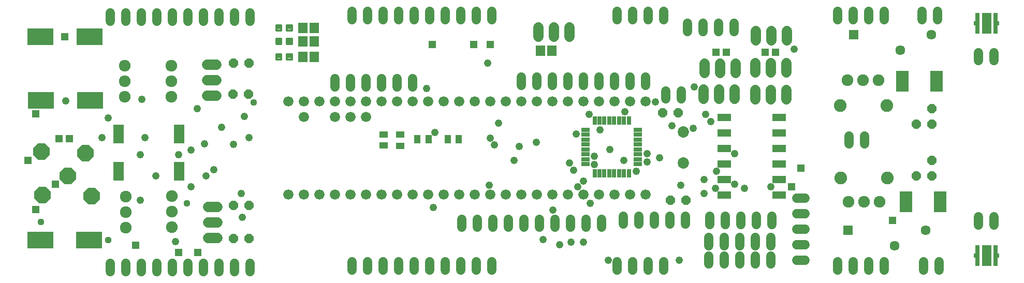
<source format=gts>
G75*
%MOIN*%
%OFA0B0*%
%FSLAX25Y25*%
%IPPOS*%
%LPD*%
%AMOC8*
5,1,8,0,0,1.08239X$1,22.5*
%
%ADD10OC8,0.06000*%
%ADD11C,0.06800*%
%ADD12OC8,0.10800*%
%ADD13R,0.08700X0.05100*%
%ADD14C,0.06600*%
%ADD15C,0.07550*%
%ADD16R,0.05800X0.03000*%
%ADD17R,0.03000X0.05800*%
%ADD18C,0.07300*%
%ADD19C,0.06000*%
%ADD20R,0.16548X0.10643*%
%ADD21R,0.06981X0.11902*%
%ADD22R,0.03950X0.05524*%
%ADD23R,0.05524X0.03950*%
%ADD24R,0.06343X0.06343*%
%ADD25C,0.06343*%
%ADD26R,0.07887X0.13398*%
%ADD27C,0.08200*%
%ADD28R,0.05918X0.06706*%
%ADD29C,0.01421*%
%ADD30R,0.02769X0.13792*%
%ADD31R,0.02375X0.02769*%
%ADD32R,0.05918X0.13792*%
%ADD33R,0.04737X0.05131*%
%ADD34R,0.05131X0.04737*%
%ADD35C,0.04762*%
%ADD36R,0.04762X0.04762*%
%ADD37C,0.04369*%
D10*
X0251967Y0149681D03*
X0261967Y0149681D03*
X0261967Y0171020D03*
X0251967Y0171020D03*
X0251573Y0242634D03*
X0261573Y0242634D03*
X0261967Y0262594D03*
X0251967Y0262594D03*
X0528089Y0230665D03*
X0538089Y0230665D03*
X0533148Y0174209D03*
X0543148Y0174209D03*
X0691396Y0189799D03*
X0701396Y0189799D03*
X0701396Y0199799D03*
X0701396Y0223264D03*
X0691396Y0223264D03*
X0701396Y0233264D03*
D11*
X0607974Y0239366D02*
X0607974Y0245366D01*
X0597974Y0245366D02*
X0597974Y0239366D01*
X0587974Y0239366D02*
X0587974Y0245366D01*
X0574510Y0245681D02*
X0574510Y0239681D01*
X0564510Y0239681D02*
X0564510Y0245681D01*
X0554510Y0245681D02*
X0554510Y0239681D01*
X0555297Y0256374D02*
X0555297Y0262374D01*
X0565297Y0262374D02*
X0565297Y0256374D01*
X0575297Y0256374D02*
X0575297Y0262374D01*
X0587974Y0262453D02*
X0587974Y0256453D01*
X0597974Y0256453D02*
X0597974Y0262453D01*
X0607974Y0262453D02*
X0607974Y0256453D01*
X0608100Y0277335D02*
X0608100Y0283335D01*
X0598100Y0283335D02*
X0598100Y0277335D01*
X0588100Y0277335D02*
X0588100Y0283335D01*
X0468112Y0285382D02*
X0468112Y0279382D01*
X0458112Y0279382D02*
X0458112Y0285382D01*
X0448112Y0285382D02*
X0448112Y0279382D01*
X0240793Y0261650D02*
X0234793Y0261650D01*
X0234793Y0251650D02*
X0240793Y0251650D01*
X0240793Y0241650D02*
X0234793Y0241650D01*
X0235581Y0169988D02*
X0241581Y0169988D01*
X0241581Y0159988D02*
X0235581Y0159988D01*
X0235581Y0149988D02*
X0241581Y0149988D01*
D12*
X0160510Y0176807D03*
X0145116Y0189878D03*
X0129014Y0177516D03*
X0128069Y0205665D03*
X0156415Y0204484D03*
D13*
X0567889Y0207634D03*
X0567889Y0217634D03*
X0567889Y0227634D03*
X0603289Y0227634D03*
X0603289Y0217634D03*
X0603289Y0207634D03*
X0603289Y0197634D03*
X0603289Y0187634D03*
X0603289Y0177634D03*
X0567889Y0177634D03*
X0567889Y0187634D03*
X0567889Y0197634D03*
D14*
X0517100Y0177862D03*
X0507100Y0177862D03*
X0497100Y0177862D03*
X0487100Y0177862D03*
X0477100Y0177862D03*
X0467100Y0177862D03*
X0457100Y0177862D03*
X0447100Y0177862D03*
X0437100Y0177862D03*
X0427100Y0177862D03*
X0417100Y0177862D03*
X0407100Y0177862D03*
X0397100Y0177862D03*
X0387100Y0177862D03*
X0377100Y0177862D03*
X0367100Y0177862D03*
X0357100Y0177862D03*
X0347100Y0177862D03*
X0337100Y0177862D03*
X0327100Y0177862D03*
X0317100Y0177862D03*
X0307100Y0177862D03*
X0297100Y0177862D03*
X0287100Y0177862D03*
X0297100Y0227862D03*
X0297100Y0237862D03*
X0287100Y0237862D03*
X0307100Y0237862D03*
X0317100Y0237862D03*
X0327100Y0237862D03*
X0337100Y0237862D03*
X0347100Y0237862D03*
X0357100Y0237862D03*
X0367100Y0237862D03*
X0377100Y0237862D03*
X0387100Y0237862D03*
X0397100Y0237862D03*
X0407100Y0237862D03*
X0417100Y0237862D03*
X0427100Y0237862D03*
X0437100Y0237862D03*
X0447100Y0237862D03*
X0457100Y0237862D03*
X0467100Y0237862D03*
X0477100Y0237862D03*
X0487100Y0237862D03*
X0497100Y0237862D03*
X0507100Y0237862D03*
X0517100Y0237862D03*
X0337100Y0227862D03*
X0327100Y0227862D03*
X0317100Y0227862D03*
D15*
X0211793Y0240941D03*
X0211793Y0250941D03*
X0211793Y0260941D03*
X0181998Y0260862D03*
X0181998Y0250862D03*
X0181998Y0240862D03*
X0182675Y0176650D03*
X0182675Y0166650D03*
X0182675Y0156650D03*
X0212085Y0157043D03*
X0212085Y0167043D03*
X0212085Y0177043D03*
X0647852Y0173146D03*
X0657852Y0173146D03*
X0667852Y0173146D03*
X0667360Y0251394D03*
X0657360Y0251394D03*
X0647360Y0251394D03*
D16*
X0512323Y0219531D03*
X0512323Y0216382D03*
X0512323Y0213232D03*
X0512323Y0210083D03*
X0512323Y0206933D03*
X0512323Y0203783D03*
X0512323Y0200634D03*
X0512323Y0197484D03*
X0478523Y0197484D03*
X0478523Y0200634D03*
X0478523Y0203783D03*
X0478523Y0206933D03*
X0478523Y0210083D03*
X0478523Y0213232D03*
X0478523Y0216382D03*
X0478523Y0219531D03*
D17*
X0484400Y0225408D03*
X0487549Y0225408D03*
X0490699Y0225408D03*
X0493848Y0225408D03*
X0496998Y0225408D03*
X0500148Y0225408D03*
X0503297Y0225408D03*
X0506447Y0225408D03*
X0506447Y0191608D03*
X0503297Y0191608D03*
X0500148Y0191608D03*
X0496998Y0191608D03*
X0493848Y0191608D03*
X0490699Y0191608D03*
X0487549Y0191608D03*
X0484400Y0191608D03*
D18*
X0541435Y0198185D03*
X0541435Y0218185D03*
D19*
X0172557Y0133423D02*
X0172557Y0128223D01*
X0182557Y0128223D02*
X0182557Y0133423D01*
X0192557Y0133423D02*
X0192557Y0128223D01*
X0202557Y0128223D02*
X0202557Y0133423D01*
X0212557Y0133423D02*
X0212557Y0128223D01*
X0222557Y0128223D02*
X0222557Y0133423D01*
X0232557Y0133423D02*
X0232557Y0128223D01*
X0242557Y0128223D02*
X0242557Y0133423D01*
X0252557Y0133423D02*
X0252557Y0128223D01*
X0262557Y0128223D02*
X0262557Y0133423D01*
X0328069Y0134407D02*
X0328069Y0129207D01*
X0338069Y0129207D02*
X0338069Y0134407D01*
X0348069Y0134407D02*
X0348069Y0129207D01*
X0358069Y0129207D02*
X0358069Y0134407D01*
X0368069Y0134407D02*
X0368069Y0129207D01*
X0378069Y0129207D02*
X0378069Y0134407D01*
X0388069Y0134407D02*
X0388069Y0129207D01*
X0398069Y0129207D02*
X0398069Y0134407D01*
X0408069Y0134407D02*
X0408069Y0129207D01*
X0418069Y0129207D02*
X0418069Y0134407D01*
X0418935Y0156766D02*
X0418935Y0161966D01*
X0408935Y0161966D02*
X0408935Y0156766D01*
X0398935Y0156766D02*
X0398935Y0161966D01*
X0428935Y0161966D02*
X0428935Y0156766D01*
X0438935Y0156766D02*
X0438935Y0161966D01*
X0448935Y0161966D02*
X0448935Y0156766D01*
X0458935Y0156766D02*
X0458935Y0161966D01*
X0468935Y0161966D02*
X0468935Y0156766D01*
X0478935Y0156766D02*
X0478935Y0161966D01*
X0488935Y0161966D02*
X0488935Y0156766D01*
X0502872Y0158790D02*
X0502872Y0163990D01*
X0512872Y0163990D02*
X0512872Y0158790D01*
X0522872Y0158790D02*
X0522872Y0163990D01*
X0532872Y0163990D02*
X0532872Y0158790D01*
X0542872Y0158790D02*
X0542872Y0163990D01*
X0558667Y0163738D02*
X0558667Y0158538D01*
X0568667Y0158538D02*
X0568667Y0163738D01*
X0578667Y0163738D02*
X0578667Y0158538D01*
X0588667Y0158538D02*
X0588667Y0163738D01*
X0598667Y0163738D02*
X0598667Y0158538D01*
X0614563Y0155429D02*
X0619763Y0155429D01*
X0619763Y0145429D02*
X0614563Y0145429D01*
X0597793Y0144955D02*
X0597793Y0150155D01*
X0587793Y0150155D02*
X0587793Y0144955D01*
X0587793Y0138344D02*
X0587793Y0133144D01*
X0597793Y0133144D02*
X0597793Y0138344D01*
X0614563Y0135429D02*
X0619763Y0135429D01*
X0640963Y0134407D02*
X0640963Y0129207D01*
X0650963Y0129207D02*
X0650963Y0134407D01*
X0660963Y0134407D02*
X0660963Y0129207D01*
X0670963Y0129207D02*
X0670963Y0134407D01*
X0696081Y0134407D02*
X0696081Y0129207D01*
X0706081Y0129207D02*
X0706081Y0134407D01*
X0731514Y0158243D02*
X0731514Y0163443D01*
X0741514Y0163443D02*
X0741514Y0158243D01*
X0658344Y0210408D02*
X0658344Y0215608D01*
X0648344Y0215608D02*
X0648344Y0210408D01*
X0619763Y0175429D02*
X0614563Y0175429D01*
X0614563Y0165429D02*
X0619763Y0165429D01*
X0577793Y0150155D02*
X0577793Y0144955D01*
X0567793Y0144955D02*
X0567793Y0150155D01*
X0557793Y0150155D02*
X0557793Y0144955D01*
X0557793Y0138344D02*
X0557793Y0133144D01*
X0567793Y0133144D02*
X0567793Y0138344D01*
X0577793Y0138344D02*
X0577793Y0133144D01*
X0528738Y0134407D02*
X0528738Y0129207D01*
X0518738Y0129207D02*
X0518738Y0134407D01*
X0508738Y0134407D02*
X0508738Y0129207D01*
X0498738Y0129207D02*
X0498738Y0134407D01*
X0530234Y0239443D02*
X0530234Y0244643D01*
X0517203Y0248302D02*
X0517203Y0253502D01*
X0507203Y0253502D02*
X0507203Y0248302D01*
X0497203Y0248302D02*
X0497203Y0253502D01*
X0487203Y0253502D02*
X0487203Y0248302D01*
X0477203Y0248302D02*
X0477203Y0253502D01*
X0467203Y0253502D02*
X0467203Y0248302D01*
X0457203Y0248302D02*
X0457203Y0253502D01*
X0447203Y0253502D02*
X0447203Y0248302D01*
X0437203Y0248302D02*
X0437203Y0253502D01*
X0367065Y0252517D02*
X0367065Y0247317D01*
X0357065Y0247317D02*
X0357065Y0252517D01*
X0347065Y0252517D02*
X0347065Y0247317D01*
X0337065Y0247317D02*
X0337065Y0252517D01*
X0327065Y0252517D02*
X0327065Y0247317D01*
X0317065Y0247317D02*
X0317065Y0252517D01*
X0328069Y0290624D02*
X0328069Y0295824D01*
X0338069Y0295824D02*
X0338069Y0290624D01*
X0348069Y0290624D02*
X0348069Y0295824D01*
X0358069Y0295824D02*
X0358069Y0290624D01*
X0368069Y0290624D02*
X0368069Y0295824D01*
X0378069Y0295824D02*
X0378069Y0290624D01*
X0388069Y0290624D02*
X0388069Y0295824D01*
X0398069Y0295824D02*
X0398069Y0290624D01*
X0408069Y0290624D02*
X0408069Y0295824D01*
X0418069Y0295824D02*
X0418069Y0290624D01*
X0498738Y0290624D02*
X0498738Y0295824D01*
X0508738Y0295824D02*
X0508738Y0290624D01*
X0518738Y0290624D02*
X0518738Y0295824D01*
X0528738Y0295824D02*
X0528738Y0290624D01*
X0544211Y0288210D02*
X0544211Y0283010D01*
X0554211Y0283010D02*
X0554211Y0288210D01*
X0564211Y0288210D02*
X0564211Y0283010D01*
X0574211Y0283010D02*
X0574211Y0288210D01*
X0640963Y0290624D02*
X0640963Y0295824D01*
X0650963Y0295824D02*
X0650963Y0290624D01*
X0660963Y0290624D02*
X0660963Y0295824D01*
X0670963Y0295824D02*
X0670963Y0290624D01*
X0695077Y0290624D02*
X0695077Y0295824D01*
X0705077Y0295824D02*
X0705077Y0290624D01*
X0731494Y0269250D02*
X0731494Y0264050D01*
X0741494Y0264050D02*
X0741494Y0269250D01*
X0540234Y0244643D02*
X0540234Y0239443D01*
X0262557Y0289640D02*
X0262557Y0294840D01*
X0252557Y0294840D02*
X0252557Y0289640D01*
X0242557Y0289640D02*
X0242557Y0294840D01*
X0232557Y0294840D02*
X0232557Y0289640D01*
X0222557Y0289640D02*
X0222557Y0294840D01*
X0212557Y0294840D02*
X0212557Y0289640D01*
X0202557Y0289640D02*
X0202557Y0294840D01*
X0192557Y0294840D02*
X0192557Y0289640D01*
X0182557Y0289640D02*
X0182557Y0294840D01*
X0172557Y0294840D02*
X0172557Y0289640D01*
D20*
X0159156Y0279642D03*
X0127659Y0279642D03*
X0128022Y0238547D03*
X0159518Y0238547D03*
X0158959Y0148539D03*
X0127463Y0148539D03*
D21*
X0177746Y0192972D03*
X0216801Y0192972D03*
X0216801Y0216831D03*
X0177746Y0216831D03*
D22*
X0370321Y0213461D03*
X0377407Y0213461D03*
X0389833Y0213461D03*
X0396919Y0213461D03*
D23*
X0359329Y0216413D03*
X0348423Y0216665D03*
X0348423Y0209579D03*
X0359329Y0209327D03*
D24*
X0647380Y0154858D03*
X0651317Y0280843D03*
D25*
X0681317Y0270843D03*
X0701317Y0280843D03*
X0697380Y0154858D03*
X0677380Y0144858D03*
D26*
X0684880Y0173146D03*
X0706927Y0173146D03*
X0704467Y0250902D03*
X0682419Y0250902D03*
D27*
X0672518Y0235154D03*
X0642518Y0235154D03*
X0643010Y0188402D03*
X0673010Y0188402D03*
D28*
X0457026Y0270587D03*
X0449545Y0270587D03*
X0303974Y0266650D03*
X0296494Y0266650D03*
X0296494Y0276492D03*
X0303974Y0276492D03*
X0303974Y0285350D03*
X0296494Y0285350D03*
D29*
X0289597Y0287008D02*
X0289597Y0283692D01*
X0286281Y0283692D01*
X0286281Y0287008D01*
X0289597Y0287008D01*
X0289597Y0285112D02*
X0286281Y0285112D01*
X0286281Y0286532D02*
X0289597Y0286532D01*
X0282691Y0287008D02*
X0282691Y0283692D01*
X0279375Y0283692D01*
X0279375Y0287008D01*
X0282691Y0287008D01*
X0282691Y0285112D02*
X0279375Y0285112D01*
X0279375Y0286532D02*
X0282691Y0286532D01*
X0282691Y0278150D02*
X0282691Y0274834D01*
X0279375Y0274834D01*
X0279375Y0278150D01*
X0282691Y0278150D01*
X0282691Y0276254D02*
X0279375Y0276254D01*
X0279375Y0277674D02*
X0282691Y0277674D01*
X0289597Y0278150D02*
X0289597Y0274834D01*
X0286281Y0274834D01*
X0286281Y0278150D01*
X0289597Y0278150D01*
X0289597Y0276254D02*
X0286281Y0276254D01*
X0286281Y0277674D02*
X0289597Y0277674D01*
X0289597Y0268308D02*
X0289597Y0264992D01*
X0286281Y0264992D01*
X0286281Y0268308D01*
X0289597Y0268308D01*
X0289597Y0266412D02*
X0286281Y0266412D01*
X0286281Y0267832D02*
X0289597Y0267832D01*
X0282691Y0268308D02*
X0282691Y0264992D01*
X0279375Y0264992D01*
X0279375Y0268308D01*
X0282691Y0268308D01*
X0282691Y0266412D02*
X0279375Y0266412D01*
X0279375Y0267832D02*
X0282691Y0267832D01*
D30*
X0730844Y0288303D03*
X0742656Y0288303D03*
X0742656Y0138697D03*
X0730844Y0138697D03*
D31*
X0729467Y0138697D03*
X0744033Y0138697D03*
X0744033Y0288303D03*
X0729467Y0288303D03*
D32*
X0736750Y0288303D03*
X0736750Y0138697D03*
D33*
X0600825Y0269602D03*
X0594132Y0269602D03*
X0569329Y0269602D03*
X0562636Y0269602D03*
D34*
X0146100Y0213992D03*
X0139407Y0213992D03*
D35*
X0167360Y0214484D03*
X0191967Y0203657D03*
X0194919Y0214484D03*
X0216573Y0203657D03*
X0224447Y0206610D03*
X0233305Y0210547D03*
X0244132Y0221374D03*
X0258896Y0228264D03*
X0261848Y0214484D03*
X0252006Y0210055D03*
X0239211Y0193815D03*
X0234289Y0189878D03*
X0224447Y0182988D03*
X0201809Y0189878D03*
X0191967Y0174130D03*
X0214604Y0147555D03*
X0257419Y0163303D03*
X0256927Y0178559D03*
X0171297Y0227280D03*
X0192951Y0239091D03*
X0228384Y0233185D03*
X0143738Y0238106D03*
X0376163Y0246370D03*
X0415486Y0262457D03*
X0480726Y0229390D03*
X0487876Y0219559D03*
X0472683Y0216878D03*
X0494132Y0207047D03*
X0484301Y0202579D03*
X0484301Y0197217D03*
X0470896Y0193642D03*
X0468215Y0198110D03*
X0477152Y0186492D03*
X0473577Y0182917D03*
X0481620Y0172193D03*
X0457490Y0167724D03*
X0451234Y0148957D03*
X0461959Y0145382D03*
X0469108Y0147169D03*
X0477152Y0147169D03*
X0493238Y0135551D03*
X0538817Y0135551D03*
X0554904Y0178449D03*
X0562053Y0182024D03*
X0554904Y0187386D03*
X0562947Y0192748D03*
X0574565Y0184705D03*
X0580821Y0182024D03*
X0597801Y0182917D03*
X0574565Y0204366D03*
X0547754Y0220453D03*
X0559372Y0224921D03*
X0555797Y0229390D03*
X0534348Y0222240D03*
X0523624Y0237433D03*
X0503963Y0231177D03*
X0548648Y0247264D03*
X0612994Y0271394D03*
X0518262Y0204366D03*
X0526305Y0201685D03*
X0518262Y0199004D03*
X0511112Y0192748D03*
X0503069Y0199898D03*
X0539711Y0183811D03*
X0446766Y0211516D03*
X0436041Y0208835D03*
X0419955Y0209728D03*
X0417274Y0214197D03*
X0422636Y0224028D03*
X0381526Y0217772D03*
X0432467Y0199898D03*
X0416380Y0183811D03*
X0380632Y0169512D03*
D36*
X0228876Y0140665D03*
X0216573Y0140665D03*
X0189014Y0145094D03*
X0124545Y0168224D03*
X0137341Y0184465D03*
X0119624Y0199720D03*
X0124545Y0229740D03*
X0143246Y0279445D03*
X0379959Y0274524D03*
X0406533Y0274524D03*
X0417360Y0274524D03*
X0617163Y0194799D03*
X0611258Y0182988D03*
X0676219Y0161335D03*
D37*
X0264801Y0237122D03*
X0221986Y0172161D03*
X0171297Y0148539D03*
X0127990Y0160350D03*
M02*

</source>
